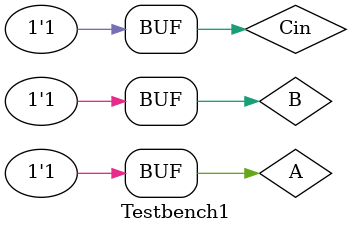
<source format=v>
`timescale 1ns / 1ps


module Testbench1( );
    reg A, B, Cin;
    wire Cout, Sum;
    
    Assignment2 outs(.A(A),.B(B),.Cin(Cin),.Cout(Cout),.Sum(Sum));
    initial
        begin
                A=0; B=0; Cin=0;
            #10;
                A=0; B=0; Cin=1;
            #10;
                A=0; B=1; Cin=0;
            #10;
                A=0; B=1; Cin=1;
            #10;
                A=1; B=0; Cin=0;
            #10;
                A=1; B=0; Cin=1;
            #10;
                A=1; B=1; Cin=0;
            #10;
                A=1; B=1; Cin=1;
            #10;      
        end    
endmodule

</source>
